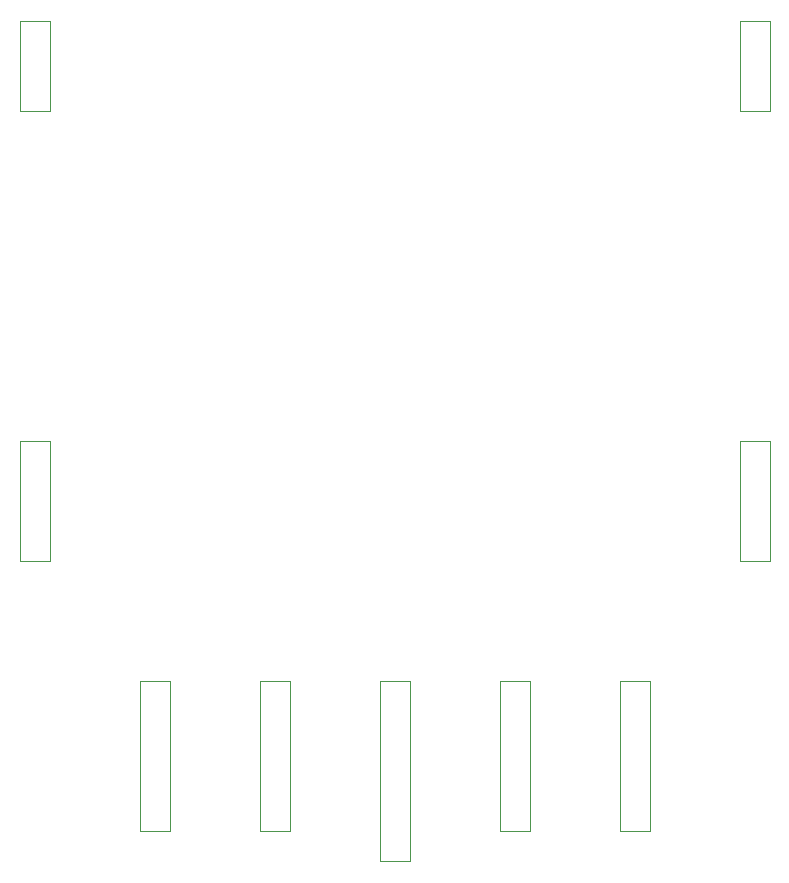
<source format=gbo>
%TF.GenerationSoftware,KiCad,Pcbnew,(5.1.8)-1*%
%TF.CreationDate,2021-03-06T21:25:47+09:00*%
%TF.ProjectId,main bord,6d61696e-2062-46f7-9264-2e6b69636164,rev?*%
%TF.SameCoordinates,PXe4e1c0PY7b06240*%
%TF.FileFunction,Legend,Bot*%
%TF.FilePolarity,Positive*%
%FSLAX46Y46*%
G04 Gerber Fmt 4.6, Leading zero omitted, Abs format (unit mm)*
G04 Created by KiCad (PCBNEW (5.1.8)-1) date 2021-03-06 21:25:47*
%MOMM*%
%LPD*%
G01*
G04 APERTURE LIST*
%ADD10C,0.120000*%
%ADD11R,1.700000X1.700000*%
%ADD12C,1.700000*%
%ADD13O,1.700000X1.700000*%
%ADD14O,1.700000X2.000000*%
%ADD15O,1.950000X1.700000*%
%ADD16O,1.700000X1.950000*%
%ADD17O,2.000000X1.700000*%
G04 APERTURE END LIST*
D10*
X30790000Y88590000D02*
X28250000Y88590000D01*
X30790000Y80970000D02*
X30790000Y88590000D01*
X28250000Y80970000D02*
X30790000Y80970000D01*
X28250000Y88590000D02*
X28250000Y80970000D01*
X91750000Y88590000D02*
X89210000Y88590000D01*
X91750000Y80970000D02*
X91750000Y88590000D01*
X89210000Y80970000D02*
X91750000Y80970000D01*
X89210000Y88590000D02*
X89210000Y80970000D01*
X30790000Y53030000D02*
X28250000Y53030000D01*
X30790000Y42870000D02*
X30790000Y53030000D01*
X28250000Y42870000D02*
X30790000Y42870000D01*
X28250000Y53030000D02*
X28250000Y42870000D01*
X91750000Y53030000D02*
X89210000Y53030000D01*
X91750000Y42870000D02*
X91750000Y53030000D01*
X89210000Y42870000D02*
X91750000Y42870000D01*
X89210000Y53030000D02*
X89210000Y42870000D01*
X81590000Y32710000D02*
X79050000Y32710000D01*
X81590000Y20010000D02*
X81590000Y32710000D01*
X79050000Y20010000D02*
X81590000Y20010000D01*
X79050000Y32710000D02*
X79050000Y20010000D01*
X71430000Y32710000D02*
X68890000Y32710000D01*
X71430000Y20010000D02*
X71430000Y32710000D01*
X68890000Y20010000D02*
X71430000Y20010000D01*
X68890000Y32710000D02*
X68890000Y20010000D01*
X61270000Y32710000D02*
X58730000Y32710000D01*
X61270000Y17470000D02*
X61270000Y32710000D01*
X58730000Y17470000D02*
X61270000Y17470000D01*
X58730000Y32710000D02*
X58730000Y17470000D01*
X51110000Y32710000D02*
X48570000Y32710000D01*
X51110000Y20010000D02*
X51110000Y32710000D01*
X48570000Y20010000D02*
X51110000Y20010000D01*
X48570000Y32710000D02*
X48570000Y20010000D01*
X40950000Y32710000D02*
X38410000Y32710000D01*
X40950000Y20010000D02*
X40950000Y32710000D01*
X38410000Y20010000D02*
X40950000Y20010000D01*
X38410000Y32710000D02*
X38410000Y20010000D01*
%LPC*%
D11*
%TO.C,U3*%
X66985000Y103830000D03*
D12*
X66985000Y98750000D03*
X66985000Y101290000D03*
X69525000Y91130000D03*
X72065000Y91130000D03*
X74605000Y91130000D03*
X82225000Y91130000D03*
X79685000Y91130000D03*
X77145000Y91130000D03*
X87305000Y91130000D03*
X89845000Y91130000D03*
X92385000Y91130000D03*
X100005000Y91130000D03*
X97465000Y91130000D03*
X94925000Y91130000D03*
X105085000Y91130000D03*
X107625000Y91130000D03*
X110165000Y91130000D03*
X117785000Y91130000D03*
X115245000Y91130000D03*
X112705000Y91130000D03*
X74605000Y103830000D03*
X77145000Y103830000D03*
X82225000Y103830000D03*
X79685000Y103830000D03*
X92385000Y103830000D03*
X94925000Y103830000D03*
X100005000Y103830000D03*
X97465000Y103830000D03*
X110165000Y103830000D03*
X112705000Y103830000D03*
X117785000Y103830000D03*
X115245000Y103830000D03*
%TD*%
%TO.C,J12*%
X90480000Y87320000D03*
D13*
X90480000Y84780000D03*
X90480000Y82240000D03*
%TD*%
%TO.C,J10*%
X29520000Y82240000D03*
X29520000Y84780000D03*
D12*
X29520000Y87320000D03*
%TD*%
D13*
%TO.C,J11*%
X90480000Y51760000D03*
X90480000Y49220000D03*
X90480000Y46680000D03*
D12*
X90480000Y44140000D03*
%TD*%
%TO.C,J13*%
X29520000Y51760000D03*
D13*
X29520000Y49220000D03*
X29520000Y46680000D03*
X29520000Y44140000D03*
%TD*%
%TO.C,J37*%
X80320000Y31440000D03*
X80320000Y28900000D03*
X80320000Y26360000D03*
X80320000Y23820000D03*
D12*
X80320000Y21280000D03*
%TD*%
%TO.C,J36*%
X70160000Y21280000D03*
D13*
X70160000Y23820000D03*
X70160000Y26360000D03*
X70160000Y28900000D03*
X70160000Y31440000D03*
%TD*%
D12*
%TO.C,J15*%
X60000000Y18740000D03*
%TD*%
D13*
%TO.C,J32*%
X60000000Y31440000D03*
X60000000Y28900000D03*
X60000000Y26360000D03*
X60000000Y23820000D03*
D12*
X60000000Y21280000D03*
%TD*%
%TO.C,J31*%
X49840000Y21280000D03*
D13*
X49840000Y23820000D03*
X49840000Y26360000D03*
X49840000Y28900000D03*
X49840000Y31440000D03*
%TD*%
D12*
%TO.C,J30*%
X39680000Y21280000D03*
D13*
X39680000Y23820000D03*
X39680000Y26360000D03*
X39680000Y28900000D03*
X39680000Y31440000D03*
%TD*%
D12*
%TO.C,J16*%
X9200000Y56840000D03*
D13*
X9200000Y59380000D03*
X9200000Y61920000D03*
X9200000Y64460000D03*
X9200000Y67000000D03*
X9200000Y69540000D03*
X9200000Y72080000D03*
X9200000Y74620000D03*
X9200000Y77160000D03*
X9200000Y79700000D03*
X9200000Y82240000D03*
X9200000Y84780000D03*
%TD*%
%TO.C,J35*%
X6660000Y59380000D03*
X6660000Y56840000D03*
X6660000Y54300000D03*
X6660000Y51760000D03*
D12*
X6660000Y49220000D03*
%TD*%
%TO.C,J34*%
X6660000Y36520000D03*
D13*
X6660000Y39060000D03*
X6660000Y41600000D03*
X6660000Y44140000D03*
X6660000Y46680000D03*
%TD*%
D12*
%TO.C,J20*%
X9200000Y54300000D03*
D13*
X9200000Y51760000D03*
X9200000Y49220000D03*
X9200000Y46680000D03*
X9200000Y44140000D03*
X9200000Y41600000D03*
X9200000Y39060000D03*
X9200000Y36520000D03*
X9200000Y33980000D03*
X9200000Y31440000D03*
X9200000Y28900000D03*
X9200000Y26360000D03*
X9200000Y23820000D03*
%TD*%
D12*
%TO.C,J33*%
X6660000Y23820000D03*
D13*
X6660000Y26360000D03*
X6660000Y28900000D03*
X6660000Y31440000D03*
X6660000Y33980000D03*
%TD*%
D11*
%TO.C,J18*%
X6660000Y21280000D03*
X9200000Y21280000D03*
%TD*%
D12*
%TO.C,J38*%
X6660000Y61920000D03*
D13*
X6660000Y64460000D03*
X6660000Y67000000D03*
X6660000Y69540000D03*
X6660000Y72080000D03*
%TD*%
%TO.C,J39*%
X6660000Y84780000D03*
X6660000Y82240000D03*
X6660000Y79700000D03*
X6660000Y77160000D03*
D12*
X6660000Y74620000D03*
%TD*%
%TO.C,U2*%
X77780000Y64460000D03*
X80320000Y64460000D03*
X82860000Y64460000D03*
D11*
X85400000Y64460000D03*
D12*
X87940000Y64460000D03*
X90480000Y64460000D03*
X93020000Y64460000D03*
X95560000Y64460000D03*
X98100000Y64460000D03*
X100640000Y64460000D03*
X103180000Y64460000D03*
X105720000Y64460000D03*
X108260000Y64460000D03*
X110800000Y64460000D03*
X113340000Y64460000D03*
X77780000Y79700000D03*
D11*
X80320000Y79700000D03*
D12*
X82860000Y79700000D03*
X85400000Y79700000D03*
X87940000Y79700000D03*
X90480000Y79700000D03*
X93020000Y79700000D03*
X95560000Y79700000D03*
X98100000Y79700000D03*
X100640000Y79700000D03*
X103180000Y79700000D03*
X105720000Y79700000D03*
X108260000Y79700000D03*
X110800000Y79700000D03*
X113340000Y79700000D03*
%TD*%
%TO.C,U6*%
X94544000Y58745000D03*
X92004000Y58745000D03*
X89464000Y58745000D03*
X86924000Y58745000D03*
X84384000Y58745000D03*
X81844000Y58745000D03*
X79304000Y58745000D03*
X76764000Y58745000D03*
X74224000Y58745000D03*
X71684000Y58745000D03*
X67620000Y58745000D03*
X65080000Y58745000D03*
X62540000Y58745000D03*
X60000000Y58745000D03*
X57460000Y58745000D03*
X54920000Y58745000D03*
X52380000Y58745000D03*
X49840000Y58745000D03*
X44760000Y58745000D03*
X42220000Y58745000D03*
X39680000Y58745000D03*
X37140000Y58745000D03*
X34600000Y58745000D03*
X32060000Y58745000D03*
X29520000Y58745000D03*
X26980000Y58745000D03*
X19360000Y58745000D03*
X16820000Y58745000D03*
X19360000Y56205000D03*
X16820000Y56205000D03*
X19360000Y53665000D03*
X16820000Y53665000D03*
X19360000Y51125000D03*
X16820000Y51125000D03*
X19360000Y48585000D03*
X16820000Y48585000D03*
X19360000Y46045000D03*
X16820000Y46045000D03*
X19360000Y43505000D03*
X16820000Y43505000D03*
X19360000Y40965000D03*
X16820000Y40965000D03*
X19360000Y38425000D03*
X16820000Y38425000D03*
X19360000Y35885000D03*
X16820000Y35885000D03*
X19360000Y33345000D03*
X16820000Y33345000D03*
X19360000Y30805000D03*
X16820000Y30805000D03*
X19360000Y28265000D03*
X16820000Y28265000D03*
X19360000Y25725000D03*
X16820000Y25725000D03*
X19360000Y23185000D03*
X16820000Y23185000D03*
X19360000Y20645000D03*
X16820000Y20645000D03*
X19360000Y18105000D03*
X16820000Y18105000D03*
D11*
X19360000Y15565000D03*
X16820000Y15565000D03*
D12*
X21900000Y10485000D03*
X24440000Y10485000D03*
X26980000Y10485000D03*
X29520000Y10485000D03*
X32060000Y10485000D03*
X34600000Y10485000D03*
X37140000Y10485000D03*
X39680000Y10485000D03*
X44760000Y10485000D03*
X47300000Y10485000D03*
X49840000Y10485000D03*
X52380000Y10485000D03*
X54920000Y10485000D03*
X57460000Y10485000D03*
X60000000Y10485000D03*
X62540000Y10485000D03*
X67620000Y10485000D03*
D11*
X70160000Y10485000D03*
X72700000Y10485000D03*
D12*
X75240000Y10485000D03*
X77780000Y10485000D03*
X80320000Y10485000D03*
X82860000Y10485000D03*
X85400000Y10485000D03*
%TD*%
%TO.C,J1*%
G36*
G01*
X65540000Y110065000D02*
X65540000Y111565000D01*
G75*
G02*
X65790000Y111815000I250000J0D01*
G01*
X66990000Y111815000D01*
G75*
G02*
X67240000Y111565000I0J-250000D01*
G01*
X67240000Y110065000D01*
G75*
G02*
X66990000Y109815000I-250000J0D01*
G01*
X65790000Y109815000D01*
G75*
G02*
X65540000Y110065000I0J250000D01*
G01*
G37*
D14*
X68890000Y110815000D03*
%TD*%
%TO.C,J2*%
X79010000Y110815000D03*
G36*
G01*
X75660000Y110065000D02*
X75660000Y111565000D01*
G75*
G02*
X75910000Y111815000I250000J0D01*
G01*
X77110000Y111815000D01*
G75*
G02*
X77360000Y111565000I0J-250000D01*
G01*
X77360000Y110065000D01*
G75*
G02*
X77110000Y109815000I-250000J0D01*
G01*
X75910000Y109815000D01*
G75*
G02*
X75660000Y110065000I0J250000D01*
G01*
G37*
%TD*%
%TO.C,J3*%
G36*
G01*
X85860000Y110065000D02*
X85860000Y111565000D01*
G75*
G02*
X86110000Y111815000I250000J0D01*
G01*
X87310000Y111815000D01*
G75*
G02*
X87560000Y111565000I0J-250000D01*
G01*
X87560000Y110065000D01*
G75*
G02*
X87310000Y109815000I-250000J0D01*
G01*
X86110000Y109815000D01*
G75*
G02*
X85860000Y110065000I0J250000D01*
G01*
G37*
X89210000Y110815000D03*
%TD*%
%TO.C,J4*%
X99330000Y110815000D03*
G36*
G01*
X95980000Y110065000D02*
X95980000Y111565000D01*
G75*
G02*
X96230000Y111815000I250000J0D01*
G01*
X97430000Y111815000D01*
G75*
G02*
X97680000Y111565000I0J-250000D01*
G01*
X97680000Y110065000D01*
G75*
G02*
X97430000Y109815000I-250000J0D01*
G01*
X96230000Y109815000D01*
G75*
G02*
X95980000Y110065000I0J250000D01*
G01*
G37*
%TD*%
%TO.C,J5*%
X109530000Y110815000D03*
G36*
G01*
X106180000Y110065000D02*
X106180000Y111565000D01*
G75*
G02*
X106430000Y111815000I250000J0D01*
G01*
X107630000Y111815000D01*
G75*
G02*
X107880000Y111565000I0J-250000D01*
G01*
X107880000Y110065000D01*
G75*
G02*
X107630000Y109815000I-250000J0D01*
G01*
X106430000Y109815000D01*
G75*
G02*
X106180000Y110065000I0J250000D01*
G01*
G37*
%TD*%
%TO.C,J6*%
X24400000Y110815000D03*
G36*
G01*
X21050000Y110065000D02*
X21050000Y111565000D01*
G75*
G02*
X21300000Y111815000I250000J0D01*
G01*
X22500000Y111815000D01*
G75*
G02*
X22750000Y111565000I0J-250000D01*
G01*
X22750000Y110065000D01*
G75*
G02*
X22500000Y109815000I-250000J0D01*
G01*
X21300000Y109815000D01*
G75*
G02*
X21050000Y110065000I0J250000D01*
G01*
G37*
%TD*%
%TO.C,J7*%
G36*
G01*
X32520000Y110065000D02*
X32520000Y111565000D01*
G75*
G02*
X32770000Y111815000I250000J0D01*
G01*
X33970000Y111815000D01*
G75*
G02*
X34220000Y111565000I0J-250000D01*
G01*
X34220000Y110065000D01*
G75*
G02*
X33970000Y109815000I-250000J0D01*
G01*
X32770000Y109815000D01*
G75*
G02*
X32520000Y110065000I0J250000D01*
G01*
G37*
X35870000Y110815000D03*
%TD*%
%TO.C,J8*%
X47260000Y110815000D03*
G36*
G01*
X43910000Y110065000D02*
X43910000Y111565000D01*
G75*
G02*
X44160000Y111815000I250000J0D01*
G01*
X45360000Y111815000D01*
G75*
G02*
X45610000Y111565000I0J-250000D01*
G01*
X45610000Y110065000D01*
G75*
G02*
X45360000Y109815000I-250000J0D01*
G01*
X44160000Y109815000D01*
G75*
G02*
X43910000Y110065000I0J250000D01*
G01*
G37*
%TD*%
%TO.C,J9*%
G36*
G01*
X55340000Y110065000D02*
X55340000Y111565000D01*
G75*
G02*
X55590000Y111815000I250000J0D01*
G01*
X56790000Y111815000D01*
G75*
G02*
X57040000Y111565000I0J-250000D01*
G01*
X57040000Y110065000D01*
G75*
G02*
X56790000Y109815000I-250000J0D01*
G01*
X55590000Y109815000D01*
G75*
G02*
X55340000Y110065000I0J250000D01*
G01*
G37*
X58690000Y110815000D03*
%TD*%
%TO.C,J14*%
G36*
G01*
X3575000Y92185000D02*
X2125000Y92185000D01*
G75*
G02*
X1875000Y92435000I0J250000D01*
G01*
X1875000Y93635000D01*
G75*
G02*
X2125000Y93885000I250000J0D01*
G01*
X3575000Y93885000D01*
G75*
G02*
X3825000Y93635000I0J-250000D01*
G01*
X3825000Y92435000D01*
G75*
G02*
X3575000Y92185000I-250000J0D01*
G01*
G37*
D15*
X2850000Y95535000D03*
X2850000Y98035000D03*
X2850000Y100535000D03*
X2850000Y103035000D03*
%TD*%
%TO.C,J17*%
G36*
G01*
X10255000Y110065000D02*
X10255000Y111565000D01*
G75*
G02*
X10505000Y111815000I250000J0D01*
G01*
X11705000Y111815000D01*
G75*
G02*
X11955000Y111565000I0J-250000D01*
G01*
X11955000Y110065000D01*
G75*
G02*
X11705000Y109815000I-250000J0D01*
G01*
X10505000Y109815000D01*
G75*
G02*
X10255000Y110065000I0J250000D01*
G01*
G37*
D14*
X13605000Y110815000D03*
%TD*%
%TO.C,J19*%
G36*
G01*
X106570000Y4225000D02*
X106570000Y2775000D01*
G75*
G02*
X106320000Y2525000I-250000J0D01*
G01*
X105120000Y2525000D01*
G75*
G02*
X104870000Y2775000I0J250000D01*
G01*
X104870000Y4225000D01*
G75*
G02*
X105120000Y4475000I250000J0D01*
G01*
X106320000Y4475000D01*
G75*
G02*
X106570000Y4225000I0J-250000D01*
G01*
G37*
D16*
X103220000Y3500000D03*
X100720000Y3500000D03*
X98220000Y3500000D03*
%TD*%
%TO.C,J21*%
G36*
G01*
X7750000Y10905000D02*
X6250000Y10905000D01*
G75*
G02*
X6000000Y11155000I0J250000D01*
G01*
X6000000Y12355000D01*
G75*
G02*
X6250000Y12605000I250000J0D01*
G01*
X7750000Y12605000D01*
G75*
G02*
X8000000Y12355000I0J-250000D01*
G01*
X8000000Y11155000D01*
G75*
G02*
X7750000Y10905000I-250000J0D01*
G01*
G37*
D17*
X7000000Y14255000D03*
%TD*%
D16*
%TO.C,J22*%
X17020000Y3500000D03*
X19520000Y3500000D03*
X22020000Y3500000D03*
X24520000Y3500000D03*
X27020000Y3500000D03*
G36*
G01*
X30370000Y4225000D02*
X30370000Y2775000D01*
G75*
G02*
X30120000Y2525000I-250000J0D01*
G01*
X28920000Y2525000D01*
G75*
G02*
X28670000Y2775000I0J250000D01*
G01*
X28670000Y4225000D01*
G75*
G02*
X28920000Y4475000I250000J0D01*
G01*
X30120000Y4475000D01*
G75*
G02*
X30370000Y4225000I0J-250000D01*
G01*
G37*
%TD*%
%TO.C,J23*%
G36*
G01*
X50690000Y4225000D02*
X50690000Y2775000D01*
G75*
G02*
X50440000Y2525000I-250000J0D01*
G01*
X49240000Y2525000D01*
G75*
G02*
X48990000Y2775000I0J250000D01*
G01*
X48990000Y4225000D01*
G75*
G02*
X49240000Y4475000I250000J0D01*
G01*
X50440000Y4475000D01*
G75*
G02*
X50690000Y4225000I0J-250000D01*
G01*
G37*
X47340000Y3500000D03*
X44840000Y3500000D03*
X42340000Y3500000D03*
X39840000Y3500000D03*
X37340000Y3500000D03*
%TD*%
%TO.C,J25*%
X57660000Y3500000D03*
X60160000Y3500000D03*
X62660000Y3500000D03*
X65160000Y3500000D03*
X67660000Y3500000D03*
G36*
G01*
X71010000Y4225000D02*
X71010000Y2775000D01*
G75*
G02*
X70760000Y2525000I-250000J0D01*
G01*
X69560000Y2525000D01*
G75*
G02*
X69310000Y2775000I0J250000D01*
G01*
X69310000Y4225000D01*
G75*
G02*
X69560000Y4475000I250000J0D01*
G01*
X70760000Y4475000D01*
G75*
G02*
X71010000Y4225000I0J-250000D01*
G01*
G37*
%TD*%
%TO.C,J28*%
G36*
G01*
X91330000Y4225000D02*
X91330000Y2775000D01*
G75*
G02*
X91080000Y2525000I-250000J0D01*
G01*
X89880000Y2525000D01*
G75*
G02*
X89630000Y2775000I0J250000D01*
G01*
X89630000Y4225000D01*
G75*
G02*
X89880000Y4475000I250000J0D01*
G01*
X91080000Y4475000D01*
G75*
G02*
X91330000Y4225000I0J-250000D01*
G01*
G37*
X87980000Y3500000D03*
X85480000Y3500000D03*
X82980000Y3500000D03*
X80480000Y3500000D03*
X77980000Y3500000D03*
%TD*%
D11*
%TO.C,U1*%
X15550000Y78430000D03*
D12*
X18090000Y78430000D03*
X40950000Y65730000D03*
X38410000Y65730000D03*
X35870000Y65730000D03*
D11*
X33330000Y65730000D03*
%TD*%
D12*
%TO.C,U4*%
X9835000Y98750000D03*
X9835000Y101290000D03*
X19995000Y91130000D03*
X22535000Y91130000D03*
X32695000Y91130000D03*
X35235000Y91130000D03*
X45395000Y91130000D03*
X47935000Y91130000D03*
X58095000Y91130000D03*
X60635000Y91130000D03*
D11*
X9835000Y103830000D03*
D12*
X19995000Y103830000D03*
X22535000Y103830000D03*
X32695000Y103830000D03*
X35235000Y103830000D03*
X45395000Y103830000D03*
X47935000Y103830000D03*
X58095000Y103830000D03*
X60635000Y103830000D03*
%TD*%
D11*
%TO.C,U5*%
X67620000Y65730000D03*
D12*
X70160000Y65730000D03*
X47300000Y78430000D03*
X49840000Y78430000D03*
X52380000Y78430000D03*
X54920000Y78430000D03*
X57460000Y78430000D03*
X47300000Y65730000D03*
X49840000Y65730000D03*
X52380000Y65730000D03*
X54920000Y65730000D03*
X57460000Y65730000D03*
%TD*%
M02*

</source>
